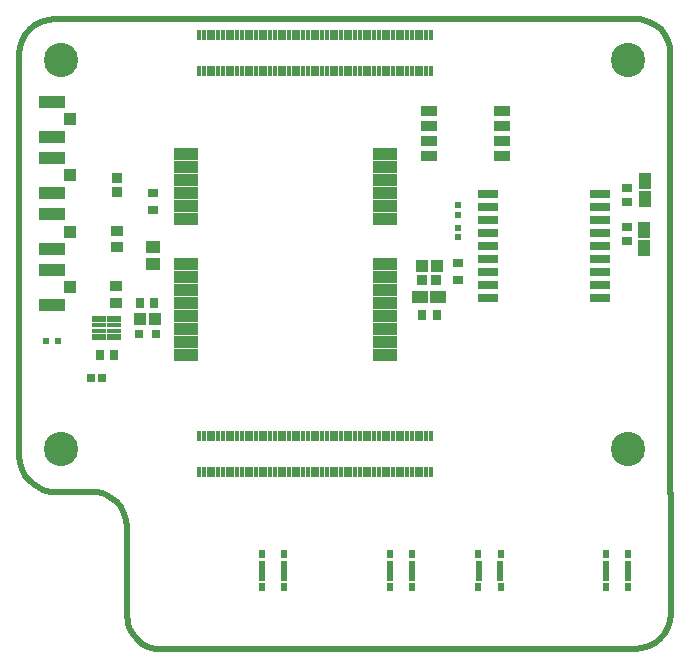
<source format=gts>
G04*
G04 #@! TF.GenerationSoftware,Altium Limited,Altium Designer,21.6.4 (81)*
G04*
G04 Layer_Color=8388736*
%FSLAX44Y44*%
%MOMM*%
G71*
G04*
G04 #@! TF.SameCoordinates,D3511B64-A8A5-4C62-8431-0C2E51F58D68*
G04*
G04*
G04 #@! TF.FilePolarity,Negative*
G04*
G01*
G75*
%ADD36R,0.5200X0.5200*%
%ADD37R,1.0121X1.3311*%
%ADD38R,0.4725X0.5153*%
%ADD40R,0.5000X0.5000*%
%ADD41R,0.7000X0.7000*%
%ADD42R,0.7500X0.9000*%
%ADD53R,0.9000X0.6500*%
%ADD54R,0.9061X0.8582*%
%ADD55R,0.9000X0.7500*%
%ADD56R,0.8582X0.9061*%
%ADD57R,1.3311X1.0121*%
%ADD58C,0.5080*%
%ADD59R,1.8000X0.7000*%
%ADD60R,1.8000X0.8000*%
%ADD61R,1.2032X1.0032*%
%ADD62R,0.8032X0.7532*%
%ADD63R,1.4532X0.9632*%
%ADD64R,1.2032X0.5032*%
%ADD65R,1.1532X0.4532*%
%ADD66R,1.1532X0.5032*%
%ADD67R,1.1032X0.9032*%
%ADD68R,2.0032X1.0032*%
%ADD69R,0.4032X0.9032*%
%ADD70R,0.5832X0.3832*%
%ADD71R,1.0532X1.1032*%
%ADD72R,2.2000X1.0500*%
%ADD73R,1.0500X1.0000*%
%ADD74R,0.5032X0.7232*%
%ADD75C,2.9032*%
G54D36*
X371207Y241500D02*
D03*
Y233500D02*
D03*
G54D37*
X529336Y247103D02*
D03*
Y261913D02*
D03*
X528828Y205701D02*
D03*
Y220511D02*
D03*
G54D38*
X371207Y214930D02*
D03*
Y222501D02*
D03*
G54D40*
X22500Y126620D02*
D03*
X32500D02*
D03*
G54D41*
X115000Y133000D02*
D03*
X101000D02*
D03*
G54D42*
X67750Y115000D02*
D03*
X79750D02*
D03*
X114000Y159000D02*
D03*
X102000D02*
D03*
X352964Y148336D02*
D03*
X340964D02*
D03*
G54D53*
X371207Y178196D02*
D03*
Y192696D02*
D03*
X112500Y237750D02*
D03*
Y252250D02*
D03*
G54D54*
X352471Y178562D02*
D03*
X340949D02*
D03*
G54D55*
X514350Y211424D02*
D03*
Y223424D02*
D03*
X514350Y256190D02*
D03*
Y244190D02*
D03*
G54D56*
X82500Y253239D02*
D03*
Y264761D02*
D03*
G54D57*
X354115Y163830D02*
D03*
X339305D02*
D03*
G54D58*
X25250Y-762D02*
X60774Y-745D01*
X20077Y807D02*
X25250Y-762D01*
X60774Y-812D02*
X66627Y-1389D01*
X549246Y380972D02*
X550953Y375345D01*
X546474Y386159D02*
X549246Y380972D01*
X542743Y390705D02*
X546474Y386159D01*
X538197Y394436D02*
X542743Y390705D01*
X533010Y397208D02*
X538197Y394436D01*
X23893Y398915D02*
X29746Y399492D01*
X18266Y397208D02*
X23893Y398915D01*
X13079Y394436D02*
X18266Y397208D01*
X8533Y390705D02*
X13079Y394436D01*
X4802Y386159D02*
X8533Y390705D01*
X2029Y380972D02*
X4802Y386159D01*
X322Y375345D02*
X2029Y380972D01*
X-254Y369491D02*
X322Y375345D01*
X-254Y29492D02*
Y369491D01*
Y29492D02*
X322Y23639D01*
X2029Y18011D01*
X4802Y12825D01*
X8533Y8278D01*
X13079Y4548D01*
X20077Y807D01*
X108615Y-132161D02*
X114462Y-133934D01*
X103757Y-129564D02*
X108615Y-132161D01*
X99211Y-125834D02*
X103757Y-129564D01*
X95480Y-121287D02*
X99211Y-125834D01*
X92707Y-116101D02*
X95480Y-121287D01*
X91377Y-111713D02*
X92707Y-116101D01*
X90678Y-104620D02*
X91377Y-111713D01*
X550445Y-109965D02*
X551022Y-104112D01*
X548739Y-115593D02*
X550445Y-109965D01*
X545966Y-120779D02*
X548739Y-115593D01*
X542235Y-125325D02*
X545966Y-120779D01*
X537689Y-129056D02*
X542235Y-125325D01*
X532502Y-131829D02*
X537689Y-129056D01*
X526875Y-133536D02*
X532502Y-131829D01*
X521022Y-134112D02*
X526875Y-133536D01*
X551180Y-103526D02*
Y-2286D01*
X66627Y-1389D02*
X72254Y-3096D01*
X77441Y-5868D01*
X81987Y-9599D01*
X85718Y-14145D01*
X88490Y-19332D01*
X90197Y-24959D01*
X90774Y-30813D01*
X550953Y375345D02*
X550953Y-2698D01*
X114462Y-133934D02*
X521022D01*
X525417Y399512D02*
X533010Y397208D01*
X29746Y399492D02*
X525417D01*
X90678Y-104620D02*
Y-30813D01*
G54D59*
X491510Y163500D02*
D03*
Y251500D02*
D03*
X396510D02*
D03*
Y163500D02*
D03*
G54D60*
X491510Y174500D02*
D03*
Y185500D02*
D03*
Y196500D02*
D03*
Y207500D02*
D03*
Y218500D02*
D03*
Y229500D02*
D03*
Y240500D02*
D03*
X396510D02*
D03*
Y229500D02*
D03*
Y218500D02*
D03*
Y207500D02*
D03*
Y196500D02*
D03*
Y185500D02*
D03*
Y174500D02*
D03*
G54D61*
X112500Y206701D02*
D03*
Y191701D02*
D03*
G54D62*
X60750Y95000D02*
D03*
X69250D02*
D03*
G54D63*
X408250Y283450D02*
D03*
Y296150D02*
D03*
Y308850D02*
D03*
Y321550D02*
D03*
X346750Y283450D02*
D03*
Y296150D02*
D03*
Y308850D02*
D03*
Y321550D02*
D03*
G54D64*
X79750Y130000D02*
D03*
G54D65*
X80000Y140000D02*
D03*
Y135000D02*
D03*
X67500Y140000D02*
D03*
Y135000D02*
D03*
G54D66*
X80000Y145000D02*
D03*
X67500D02*
D03*
Y130000D02*
D03*
G54D67*
X81250Y159000D02*
D03*
Y173000D02*
D03*
X82500Y206160D02*
D03*
Y220160D02*
D03*
G54D68*
X140545Y192000D02*
D03*
Y115000D02*
D03*
Y126000D02*
D03*
Y137000D02*
D03*
Y148000D02*
D03*
Y159000D02*
D03*
Y170000D02*
D03*
Y181000D02*
D03*
Y230000D02*
D03*
Y241000D02*
D03*
Y252000D02*
D03*
Y263000D02*
D03*
Y274000D02*
D03*
Y285000D02*
D03*
X309455D02*
D03*
Y274000D02*
D03*
Y263000D02*
D03*
Y252000D02*
D03*
Y241000D02*
D03*
Y230000D02*
D03*
Y192000D02*
D03*
Y181000D02*
D03*
Y170000D02*
D03*
Y159000D02*
D03*
Y148000D02*
D03*
Y137000D02*
D03*
Y126000D02*
D03*
Y115000D02*
D03*
G54D69*
X316000Y355000D02*
D03*
X152000Y15800D02*
D03*
Y46600D02*
D03*
X156000Y15800D02*
D03*
Y46600D02*
D03*
X160000Y15800D02*
D03*
Y46600D02*
D03*
X164000Y15800D02*
D03*
Y46600D02*
D03*
X168000Y15800D02*
D03*
Y46600D02*
D03*
X172000Y15800D02*
D03*
Y46600D02*
D03*
X176000Y15800D02*
D03*
Y46600D02*
D03*
X180000Y15800D02*
D03*
Y46600D02*
D03*
X184000Y15800D02*
D03*
Y46600D02*
D03*
X188000Y15800D02*
D03*
Y46600D02*
D03*
X192000Y15800D02*
D03*
Y46600D02*
D03*
X196000Y15800D02*
D03*
Y46600D02*
D03*
X200000Y15800D02*
D03*
Y46600D02*
D03*
X204000Y15800D02*
D03*
Y46600D02*
D03*
X208000Y15800D02*
D03*
Y46600D02*
D03*
X212000Y15800D02*
D03*
Y46600D02*
D03*
X216000Y15800D02*
D03*
Y46600D02*
D03*
X220000Y15800D02*
D03*
Y46600D02*
D03*
X224000Y15800D02*
D03*
Y46600D02*
D03*
X228000Y15800D02*
D03*
Y46600D02*
D03*
X232000Y15800D02*
D03*
Y46600D02*
D03*
X236000Y15800D02*
D03*
Y46600D02*
D03*
X240000Y15800D02*
D03*
Y46600D02*
D03*
X244000Y15800D02*
D03*
Y46600D02*
D03*
X248000Y15800D02*
D03*
Y46600D02*
D03*
X252000Y15800D02*
D03*
Y46600D02*
D03*
X256000Y15800D02*
D03*
Y46600D02*
D03*
X260000Y15800D02*
D03*
Y46600D02*
D03*
X264000Y15800D02*
D03*
Y46600D02*
D03*
X268000Y15800D02*
D03*
Y46600D02*
D03*
X272000Y15800D02*
D03*
Y46600D02*
D03*
X276000Y15800D02*
D03*
Y46600D02*
D03*
X280000Y15800D02*
D03*
Y46600D02*
D03*
X284000Y15800D02*
D03*
Y46600D02*
D03*
X288000Y15800D02*
D03*
Y46600D02*
D03*
X292000Y15800D02*
D03*
Y46600D02*
D03*
X296000Y15800D02*
D03*
Y46600D02*
D03*
X300000Y15800D02*
D03*
Y46600D02*
D03*
X304000Y15800D02*
D03*
Y46600D02*
D03*
X308000Y15800D02*
D03*
Y46600D02*
D03*
X312000Y15800D02*
D03*
Y46600D02*
D03*
X316000Y15800D02*
D03*
Y46600D02*
D03*
X320000Y15800D02*
D03*
Y46600D02*
D03*
X324000Y15800D02*
D03*
Y46600D02*
D03*
X328000Y15800D02*
D03*
Y46600D02*
D03*
X332000Y15800D02*
D03*
Y46600D02*
D03*
X336000Y15800D02*
D03*
Y46600D02*
D03*
X340000Y15800D02*
D03*
Y46600D02*
D03*
X344000Y15800D02*
D03*
Y46600D02*
D03*
X348000Y15800D02*
D03*
Y46600D02*
D03*
X152000Y355000D02*
D03*
Y385800D02*
D03*
X156000Y355000D02*
D03*
Y385800D02*
D03*
X160000Y355000D02*
D03*
Y385800D02*
D03*
X164000Y355000D02*
D03*
Y385800D02*
D03*
X168000Y355000D02*
D03*
Y385800D02*
D03*
X172000Y355000D02*
D03*
Y385800D02*
D03*
X176000Y355000D02*
D03*
Y385800D02*
D03*
X180000Y355000D02*
D03*
Y385800D02*
D03*
X184000Y355000D02*
D03*
Y385800D02*
D03*
X188000Y355000D02*
D03*
Y385800D02*
D03*
X192000Y355000D02*
D03*
Y385800D02*
D03*
X196000Y355000D02*
D03*
Y385800D02*
D03*
X200000Y355000D02*
D03*
Y385800D02*
D03*
X204000Y355000D02*
D03*
Y385800D02*
D03*
X208000Y355000D02*
D03*
Y385800D02*
D03*
X212000Y355000D02*
D03*
Y385800D02*
D03*
X216000Y355000D02*
D03*
Y385800D02*
D03*
X220000Y355000D02*
D03*
Y385800D02*
D03*
X224000Y355000D02*
D03*
Y385800D02*
D03*
X228000Y355000D02*
D03*
Y385800D02*
D03*
X232000Y355000D02*
D03*
Y385800D02*
D03*
X236000Y355000D02*
D03*
Y385800D02*
D03*
X240000Y355000D02*
D03*
Y385800D02*
D03*
X244000Y355000D02*
D03*
Y385800D02*
D03*
X248000Y355000D02*
D03*
Y385800D02*
D03*
X252000Y355000D02*
D03*
Y385800D02*
D03*
X256000Y355000D02*
D03*
Y385800D02*
D03*
X260000Y355000D02*
D03*
Y385800D02*
D03*
X264000Y355000D02*
D03*
Y385800D02*
D03*
X268000Y355000D02*
D03*
Y385800D02*
D03*
X272000Y355000D02*
D03*
Y385800D02*
D03*
X276000Y355000D02*
D03*
Y385800D02*
D03*
X280000Y355000D02*
D03*
Y385800D02*
D03*
X284000Y355000D02*
D03*
Y385800D02*
D03*
X288000Y355000D02*
D03*
Y385800D02*
D03*
X292000Y355000D02*
D03*
Y385800D02*
D03*
X296000Y355000D02*
D03*
Y385800D02*
D03*
X300000Y355000D02*
D03*
Y385800D02*
D03*
X304000Y355000D02*
D03*
Y385800D02*
D03*
X308000Y355000D02*
D03*
Y385800D02*
D03*
X312000Y355000D02*
D03*
Y385800D02*
D03*
X316000D02*
D03*
X320000Y355000D02*
D03*
Y385800D02*
D03*
X324000Y355000D02*
D03*
Y385800D02*
D03*
X328000Y355000D02*
D03*
Y385800D02*
D03*
X332000Y355000D02*
D03*
Y385800D02*
D03*
X336000Y355000D02*
D03*
Y385800D02*
D03*
X340000Y355000D02*
D03*
Y385800D02*
D03*
X344000Y355000D02*
D03*
Y385800D02*
D03*
X348000Y355000D02*
D03*
Y385800D02*
D03*
G54D70*
X514918Y-64304D02*
D03*
X331776D02*
D03*
X514918Y-60804D02*
D03*
X331776D02*
D03*
X514918Y-74804D02*
D03*
X496718D02*
D03*
X514918Y-71304D02*
D03*
X496718D02*
D03*
X514918Y-67804D02*
D03*
X496718D02*
D03*
Y-64304D02*
D03*
Y-60804D02*
D03*
X388518D02*
D03*
X406718D02*
D03*
X388518Y-64304D02*
D03*
X406718D02*
D03*
X388518Y-67804D02*
D03*
X406718D02*
D03*
X388518Y-71304D02*
D03*
X406718D02*
D03*
X388518Y-74804D02*
D03*
X406718D02*
D03*
X313576Y-60804D02*
D03*
Y-64304D02*
D03*
Y-67804D02*
D03*
X331776D02*
D03*
X313576Y-71304D02*
D03*
X331776D02*
D03*
X313576Y-74804D02*
D03*
X331776D02*
D03*
X223576D02*
D03*
X205376D02*
D03*
X223576Y-71304D02*
D03*
X205376D02*
D03*
X223576Y-67804D02*
D03*
X205376D02*
D03*
X223576Y-64304D02*
D03*
X205376D02*
D03*
X223576Y-60804D02*
D03*
X205376D02*
D03*
G54D71*
X101500Y144999D02*
D03*
X114500D02*
D03*
X353210Y190246D02*
D03*
X340210D02*
D03*
G54D72*
X27500Y234063D02*
D03*
Y204563D02*
D03*
X27646Y281813D02*
D03*
Y252313D02*
D03*
X27500Y157313D02*
D03*
Y186813D02*
D03*
X27646Y299563D02*
D03*
Y329063D02*
D03*
G54D73*
X42750Y219313D02*
D03*
X42896Y267063D02*
D03*
X42750Y172063D02*
D03*
X42896Y314313D02*
D03*
G54D74*
X515318Y-53754D02*
D03*
Y-81854D02*
D03*
X496318D02*
D03*
Y-53754D02*
D03*
X388118Y-81854D02*
D03*
Y-53754D02*
D03*
X407118D02*
D03*
Y-81854D02*
D03*
X313176Y-53754D02*
D03*
Y-81854D02*
D03*
X332176D02*
D03*
Y-53754D02*
D03*
X223976Y-81854D02*
D03*
Y-53754D02*
D03*
X204976D02*
D03*
Y-81854D02*
D03*
G54D75*
X515000Y365036D02*
D03*
X35000Y365000D02*
D03*
X515000Y35000D02*
D03*
X35000D02*
D03*
M02*

</source>
